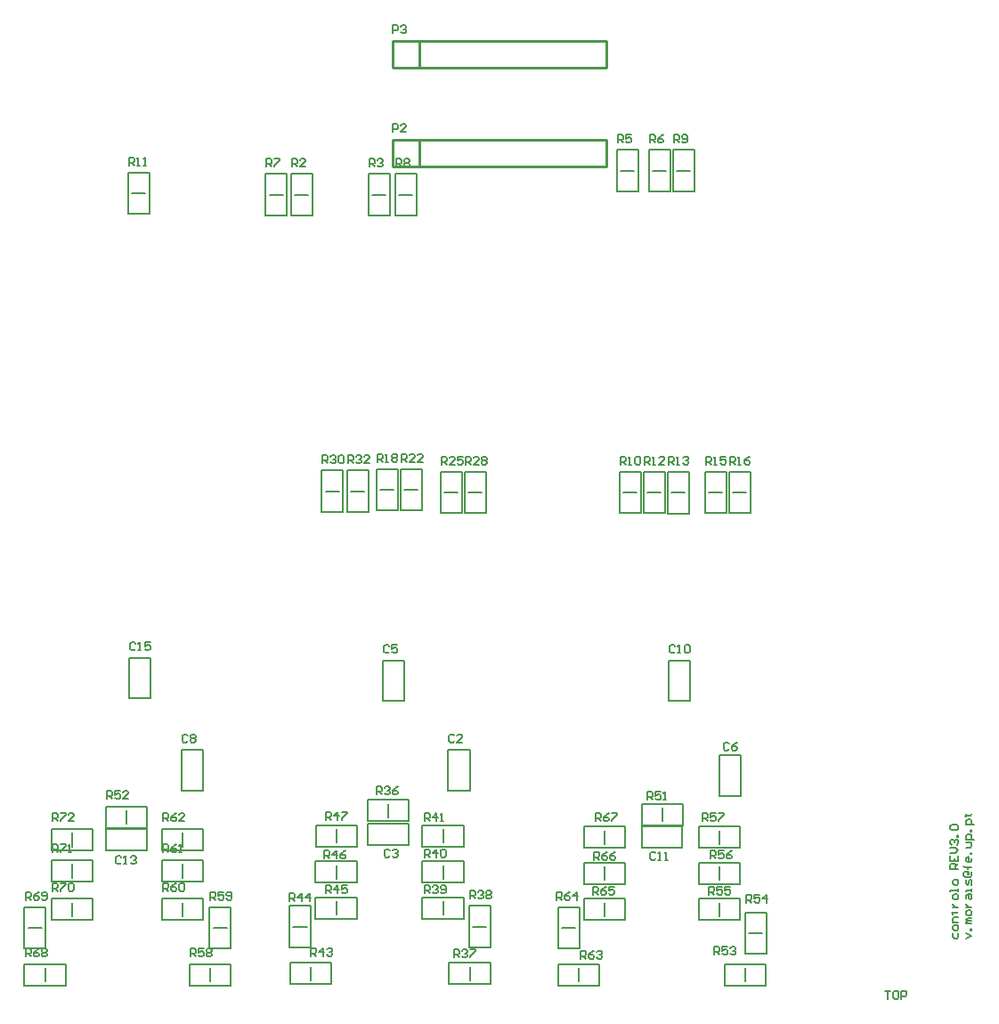
<source format=gbr>
G04 Layer_Color=65535*
%FSLAX26Y26*%
%MOIN*%
%TF.FileFunction,Legend,Top*%
%TF.Part,Single*%
G01*
G75*
%TA.AperFunction,NonConductor*%
%ADD32C,0.007874*%
%ADD35C,0.005000*%
%ADD36C,0.010000*%
%ADD37C,0.006000*%
D32*
X1134409Y2980000D02*
X1185591D01*
X1619409Y2980000D02*
X1670591D01*
X619409Y2985000D02*
X670591D01*
X2449409Y3070000D02*
X2500591D01*
X2569409D02*
X2620591D01*
X2659409D02*
X2710591D01*
X2459409Y1865000D02*
X2510591D01*
X2639409Y1864370D02*
X2690591D01*
X2549409Y1865000D02*
X2600591D01*
X1549409Y1875000D02*
X1600591D01*
X1639409Y1875000D02*
X1690591D01*
X1789409Y1865000D02*
X1840591D01*
X1879409Y1865000D02*
X1930591D01*
X1344409Y1870000D02*
X1395591D01*
X1439409Y1870000D02*
X1490591D01*
X2779409Y1865000D02*
X2830591D01*
X2869409D02*
X2920591D01*
X1579370Y649409D02*
Y700591D01*
X1784370Y284409D02*
Y335591D01*
X1784370Y419409D02*
Y470591D01*
X1784370Y554409D02*
Y605591D01*
X1896181Y240000D02*
X1947362D01*
X1884370Y39409D02*
Y90591D01*
X1385000Y554409D02*
Y605591D01*
X1384370Y419409D02*
Y470591D01*
X1384370Y284409D02*
Y335591D01*
X1223779Y240000D02*
X1274961D01*
X1289370Y39409D02*
Y90591D01*
X395000Y540476D02*
Y591658D01*
X395000Y423342D02*
Y474524D01*
X395000Y279409D02*
Y330591D01*
X231870Y235000D02*
X283051D01*
X294862Y34409D02*
Y85591D01*
X810000Y540476D02*
Y591658D01*
X810000Y423342D02*
Y474524D01*
X810000Y279409D02*
Y330591D01*
X924272Y235000D02*
X975453D01*
X912461Y34409D02*
Y85591D01*
X600000Y624409D02*
Y675591D01*
X2605000Y634409D02*
Y685591D01*
X2915000Y34409D02*
Y85591D01*
X2928780Y215000D02*
X2979961D01*
X2820000Y279409D02*
Y330591D01*
X2820000Y414409D02*
Y465591D01*
X2820000Y549409D02*
Y600591D01*
X2292401Y34409D02*
Y85591D01*
X2229409Y235000D02*
X2280591D01*
X2390000Y279409D02*
Y330591D01*
X2390000Y414409D02*
Y465591D01*
X2390000Y549409D02*
Y600591D01*
X1519409Y2980000D02*
X1570591D01*
X1229409D02*
X1280591D01*
D35*
X1199961Y2902638D02*
Y3057362D01*
X1120039Y2902638D02*
X1199961D01*
X1120039D02*
Y3057362D01*
X1199961D01*
X1605039Y2902638D02*
Y3057362D01*
X1684961D01*
Y2902638D02*
Y3057362D01*
X1605039Y2902638D02*
X1684961D01*
X684961Y2907638D02*
Y3062362D01*
X605039Y2907638D02*
X684961D01*
X605039D02*
Y3062362D01*
X684961D01*
X2435039Y2992638D02*
Y3147362D01*
X2514961D01*
Y2992638D02*
Y3147362D01*
X2435039Y2992638D02*
X2514961D01*
X2555039D02*
Y3147362D01*
X2634961D01*
Y2992638D02*
Y3147362D01*
X2555039Y2992638D02*
X2634961D01*
X2645039D02*
Y3147362D01*
X2724961D01*
Y2992638D02*
Y3147362D01*
X2645039Y2992638D02*
X2724961D01*
X2445039Y1787638D02*
Y1942362D01*
X2524961D01*
Y1787638D02*
Y1942362D01*
X2445039Y1787638D02*
X2524961D01*
X2625039Y1787008D02*
Y1941732D01*
X2704961D01*
Y1787008D02*
Y1941732D01*
X2625039Y1787008D02*
X2704961D01*
X2614961Y1787638D02*
Y1942362D01*
X2535039Y1787638D02*
X2614961D01*
X2535039D02*
Y1942362D01*
X2614961D01*
X1535039Y1797638D02*
Y1952362D01*
X1614961D01*
Y1797638D02*
Y1952362D01*
X1535039Y1797638D02*
X1614961D01*
X1704961D02*
Y1952362D01*
X1625039Y1797638D02*
X1704961D01*
X1625039D02*
Y1952362D01*
X1704961D01*
X1775039Y1787638D02*
Y1942362D01*
X1854961D01*
Y1787638D02*
Y1942362D01*
X1775039Y1787638D02*
X1854961D01*
X1944961D02*
Y1942362D01*
X1865039Y1787638D02*
X1944961D01*
X1865039D02*
Y1942362D01*
X1944961D01*
X1330039Y1792638D02*
Y1947362D01*
X1409961D01*
Y1792638D02*
Y1947362D01*
X1330039Y1792638D02*
X1409961D01*
X1504961D02*
Y1947362D01*
X1425039Y1792638D02*
X1504961D01*
X1425039D02*
Y1947362D01*
X1504961D01*
X2765039Y1787638D02*
Y1942362D01*
X2844961D01*
Y1787638D02*
Y1942362D01*
X2765039Y1787638D02*
X2844961D01*
X2855039D02*
Y1942362D01*
X2934961D01*
Y1787638D02*
Y1942362D01*
X2855039Y1787638D02*
X2934961D01*
X1656732Y635039D02*
Y714961D01*
X1502008D02*
X1656732D01*
X1502008Y635039D02*
Y714961D01*
Y635039D02*
X1656732D01*
X1861732Y270039D02*
Y349961D01*
X1707008D02*
X1861732D01*
X1707008Y270039D02*
Y349961D01*
Y270039D02*
X1861732D01*
X1707008Y405039D02*
Y484961D01*
Y405039D02*
X1861732D01*
Y484961D01*
X1707008D02*
X1861732D01*
Y540039D02*
Y619961D01*
X1707008D02*
X1861732D01*
X1707008Y540039D02*
Y619961D01*
Y540039D02*
X1861732D01*
X1881811Y162638D02*
X1961732D01*
Y317362D01*
X1881811D02*
X1961732D01*
X1881811Y162638D02*
Y317362D01*
X1807008Y25039D02*
Y104961D01*
Y25039D02*
X1961732D01*
Y104961D01*
X1807008D02*
X1961732D01*
X1307638Y540039D02*
Y619961D01*
Y540039D02*
X1462362D01*
Y619961D01*
X1307638D02*
X1462362D01*
X1461732Y405039D02*
Y484961D01*
X1307008D02*
X1461732D01*
X1307008Y405039D02*
Y484961D01*
Y405039D02*
X1461732D01*
X1307008Y270039D02*
Y349961D01*
Y270039D02*
X1461732D01*
Y349961D01*
X1307008D02*
X1461732D01*
X1209409Y162638D02*
X1289331D01*
Y317362D01*
X1209409D02*
X1289331D01*
X1209409Y162638D02*
Y317362D01*
X1366732Y25039D02*
Y104961D01*
X1212008D02*
X1366732D01*
X1212008Y25039D02*
Y104961D01*
Y25039D02*
X1366732D01*
X1803870Y900950D02*
X1884870D01*
X1803870Y749050D02*
Y900950D01*
X1884870Y749050D02*
Y900950D01*
X1803870Y749050D02*
X1884870D01*
X1655320Y544500D02*
Y625500D01*
X1503420D02*
X1655320D01*
X1503420Y544500D02*
X1655320D01*
X1503420D02*
Y625500D01*
X1559500Y1084050D02*
X1640500D01*
Y1235950D01*
X1559500Y1084050D02*
Y1235950D01*
X1640500D01*
X317638Y526106D02*
Y606028D01*
Y526106D02*
X472362D01*
Y606028D01*
X317638D02*
X472362D01*
Y408973D02*
Y488894D01*
X317638D02*
X472362D01*
X317638Y408973D02*
Y488894D01*
Y408973D02*
X472362D01*
X317638Y265039D02*
Y344961D01*
Y265039D02*
X472362D01*
Y344961D01*
X317638D02*
X472362D01*
X217500Y157638D02*
X297421D01*
Y312362D01*
X217500D02*
X297421D01*
X217500Y157638D02*
Y312362D01*
X372224Y20039D02*
Y99961D01*
X217500D02*
X372224D01*
X217500Y20039D02*
Y99961D01*
Y20039D02*
X372224D01*
X887362Y526106D02*
Y606028D01*
X732638D02*
X887362D01*
X732638Y526106D02*
Y606028D01*
Y526106D02*
X887362D01*
X732638Y408973D02*
Y488894D01*
Y408973D02*
X887362D01*
Y488894D01*
X732638D02*
X887362D01*
Y265039D02*
Y344961D01*
X732638D02*
X887362D01*
X732638Y265039D02*
Y344961D01*
Y265039D02*
X887362D01*
X909902Y157638D02*
X989823D01*
Y312362D01*
X909902D02*
X989823D01*
X909902Y157638D02*
Y312362D01*
X835098Y20039D02*
Y99961D01*
Y20039D02*
X989823D01*
Y99961D01*
X835098D02*
X989823D01*
X677362Y610039D02*
Y689961D01*
X522638D02*
X677362D01*
X522638Y610039D02*
Y689961D01*
Y610039D02*
X677362D01*
X675950Y524500D02*
Y605500D01*
X524050D02*
X675950D01*
X524050Y524500D02*
X675950D01*
X524050D02*
Y605500D01*
X804500Y900950D02*
X885500D01*
X804500Y749050D02*
Y900950D01*
X885500Y749050D02*
Y900950D01*
X804500Y749050D02*
X885500D01*
X2819500Y880950D02*
X2900500D01*
X2819500Y729050D02*
Y880950D01*
X2900500Y729050D02*
Y880950D01*
X2819500Y729050D02*
X2900500D01*
X2679538Y535039D02*
Y616039D01*
X2527638D02*
X2679538D01*
X2527638Y535039D02*
X2679538D01*
X2527638D02*
Y616039D01*
X2629500Y1084050D02*
X2710500D01*
Y1235950D01*
X2629500Y1084050D02*
Y1235950D01*
X2710500D01*
X2682362Y620039D02*
Y699961D01*
X2527638D02*
X2682362D01*
X2527638Y620039D02*
Y699961D01*
Y620039D02*
X2682362D01*
X2837638Y20039D02*
Y99961D01*
Y20039D02*
X2992362D01*
Y99961D01*
X2837638D02*
X2992362D01*
X2914410Y137638D02*
X2994331D01*
Y292362D01*
X2914410D02*
X2994331D01*
X2914410Y137638D02*
Y292362D01*
X2897362Y265039D02*
Y344961D01*
X2742638D02*
X2897362D01*
X2742638Y265039D02*
Y344961D01*
Y265039D02*
X2897362D01*
X2742638Y400039D02*
Y479961D01*
Y400039D02*
X2897362D01*
Y479961D01*
X2742638D02*
X2897362D01*
Y535039D02*
Y614961D01*
X2742638D02*
X2897362D01*
X2742638Y535039D02*
Y614961D01*
Y535039D02*
X2897362D01*
X2369764Y20039D02*
Y99961D01*
X2215039D02*
X2369764D01*
X2215039Y20039D02*
Y99961D01*
Y20039D02*
X2369764D01*
X2215039Y157638D02*
X2294961D01*
Y312362D01*
X2215039D02*
X2294961D01*
X2215039Y157638D02*
Y312362D01*
X2312638Y265039D02*
Y344961D01*
Y265039D02*
X2467362D01*
Y344961D01*
X2312638D02*
X2467362D01*
Y400039D02*
Y479961D01*
X2312638D02*
X2467362D01*
X2312638Y400039D02*
Y479961D01*
Y400039D02*
X2467362D01*
X2312638Y535039D02*
Y614961D01*
Y535039D02*
X2467362D01*
Y614961D01*
X2312638D02*
X2467362D01*
X609500Y1094050D02*
X690500D01*
Y1245950D01*
X609500Y1094050D02*
Y1245950D01*
X690500D01*
X1505039Y2902638D02*
X1584961D01*
Y3057362D01*
X1505039D02*
X1584961D01*
X1505039Y2902638D02*
Y3057362D01*
X1215039Y2902638D02*
X1294961D01*
Y3057362D01*
X1215039D02*
X1294961D01*
X1215039Y2902638D02*
Y3057362D01*
D36*
X1695000Y3085000D02*
Y3185000D01*
X1595000Y3085000D02*
X2395000D01*
Y3185000D01*
X1595000D02*
X2395000D01*
X1595000Y3085000D02*
Y3185000D01*
X1695000Y3455000D02*
Y3555000D01*
X1595000Y3455000D02*
X2395000D01*
Y3555000D01*
X1595000D02*
X2395000D01*
X1595000Y3455000D02*
Y3555000D01*
D37*
X3693621Y215994D02*
Y200998D01*
X3698620Y196000D01*
X3708616D01*
X3713615Y200998D01*
Y215994D01*
Y230989D02*
Y240986D01*
X3708616Y245984D01*
X3698620D01*
X3693621Y240986D01*
Y230989D01*
X3698620Y225990D01*
X3708616D01*
X3713615Y230989D01*
Y255981D02*
X3693621D01*
Y270976D01*
X3698620Y275974D01*
X3713615D01*
X3688623Y290969D02*
X3693621D01*
Y285971D01*
Y295968D01*
Y290969D01*
X3708616D01*
X3713615Y295968D01*
X3693621Y310963D02*
X3713615D01*
X3703618D01*
X3698620Y315961D01*
X3693621Y320960D01*
Y325958D01*
X3713615Y345952D02*
Y355948D01*
X3708616Y360947D01*
X3698620D01*
X3693621Y355948D01*
Y345952D01*
X3698620Y340953D01*
X3708616D01*
X3713615Y345952D01*
Y370943D02*
Y380940D01*
Y375942D01*
X3683624D01*
Y370943D01*
X3713615Y400934D02*
Y410930D01*
X3708616Y415929D01*
X3698620D01*
X3693621Y410930D01*
Y400934D01*
X3698620Y395935D01*
X3708616D01*
X3713615Y400934D01*
Y455916D02*
X3683624D01*
Y470911D01*
X3688623Y475909D01*
X3698620D01*
X3703618Y470911D01*
Y455916D01*
Y465913D02*
X3713615Y475909D01*
X3683624Y505900D02*
Y485906D01*
X3713615D01*
Y505900D01*
X3698620Y485906D02*
Y495903D01*
X3683624Y515896D02*
X3703618D01*
X3713615Y525893D01*
X3703618Y535890D01*
X3683624D01*
X3688623Y545887D02*
X3683624Y550885D01*
Y560882D01*
X3688623Y565880D01*
X3693621D01*
X3698620Y560882D01*
Y555884D01*
Y560882D01*
X3703618Y565880D01*
X3708616D01*
X3713615Y560882D01*
Y550885D01*
X3708616Y545887D01*
X3713615Y575877D02*
X3708616D01*
Y580875D01*
X3713615D01*
Y575877D01*
X3688623Y600869D02*
X3683624Y605867D01*
Y615864D01*
X3688623Y620862D01*
X3708616D01*
X3713615Y615864D01*
Y605867D01*
X3708616Y600869D01*
X3688623D01*
X3744010Y196000D02*
X3764003Y205997D01*
X3744010Y215994D01*
X3764003Y225990D02*
X3759005D01*
Y230989D01*
X3764003D01*
Y225990D01*
Y250982D02*
X3744010D01*
Y255981D01*
X3749008Y260979D01*
X3764003D01*
X3749008D01*
X3744010Y265977D01*
X3749008Y270976D01*
X3764003D01*
Y285971D02*
Y295968D01*
X3759005Y300966D01*
X3749008D01*
X3744010Y295968D01*
Y285971D01*
X3749008Y280973D01*
X3759005D01*
X3764003Y285971D01*
X3744010Y310963D02*
X3764003D01*
X3754006D01*
X3749008Y315961D01*
X3744010Y320960D01*
Y325958D01*
Y345952D02*
Y355948D01*
X3749008Y360947D01*
X3764003D01*
Y345952D01*
X3759005Y340953D01*
X3754006Y345952D01*
Y360947D01*
X3764003Y370943D02*
Y380940D01*
Y375942D01*
X3744010D01*
Y370943D01*
X3764003Y395935D02*
Y410930D01*
X3759005Y415929D01*
X3754006Y410930D01*
Y400934D01*
X3749008Y395935D01*
X3744010Y400934D01*
Y415929D01*
X3754006Y440921D02*
X3749008D01*
Y435922D01*
X3754006D01*
Y440921D01*
X3749008Y445919D01*
X3739011D01*
X3734013Y440921D01*
Y430924D01*
X3739011Y425926D01*
X3759005D01*
X3764003Y430924D01*
Y445919D01*
Y460914D02*
X3739011D01*
X3749008D01*
Y455916D01*
Y465913D01*
Y460914D01*
X3739011D01*
X3734013Y465913D01*
X3764003Y495903D02*
Y485906D01*
X3759005Y480908D01*
X3749008D01*
X3744010Y485906D01*
Y495903D01*
X3749008Y500901D01*
X3754006D01*
Y480908D01*
X3764003Y510898D02*
X3759005D01*
Y515896D01*
X3764003D01*
Y510898D01*
X3744010Y535890D02*
X3759005D01*
X3764003Y540888D01*
Y555884D01*
X3744010D01*
X3774000Y565880D02*
X3744010D01*
Y580875D01*
X3749008Y585874D01*
X3759005D01*
X3764003Y580875D01*
Y565880D01*
Y595871D02*
X3759005D01*
Y600869D01*
X3764003D01*
Y595871D01*
X3774000Y620862D02*
X3744010D01*
Y635858D01*
X3749008Y640856D01*
X3759005D01*
X3764003Y635858D01*
Y620862D01*
X3739011Y655851D02*
X3744010D01*
Y650853D01*
Y660850D01*
Y655851D01*
X3759005D01*
X3764003Y660850D01*
X608953Y3090504D02*
Y3120494D01*
X623948D01*
X628946Y3115496D01*
Y3105499D01*
X623948Y3100501D01*
X608953D01*
X618949D02*
X628946Y3090504D01*
X638943D02*
X648940D01*
X643941D01*
Y3120494D01*
X638943Y3115496D01*
X663935Y3090504D02*
X673932D01*
X668933D01*
Y3120494D01*
X663935Y3115496D01*
X1608953Y3085504D02*
Y3115494D01*
X1623948D01*
X1628946Y3110496D01*
Y3100499D01*
X1623948Y3095501D01*
X1608953D01*
X1618949D02*
X1628946Y3085504D01*
X1638943Y3110496D02*
X1643941Y3115494D01*
X1653938D01*
X1658937Y3110496D01*
Y3105497D01*
X1653938Y3100499D01*
X1658937Y3095501D01*
Y3090502D01*
X1653938Y3085504D01*
X1643941D01*
X1638943Y3090502D01*
Y3095501D01*
X1643941Y3100499D01*
X1638943Y3105497D01*
Y3110496D01*
X1643941Y3100499D02*
X1653938D01*
X1123953Y3085504D02*
Y3115494D01*
X1138948D01*
X1143946Y3110496D01*
Y3100499D01*
X1138948Y3095501D01*
X1123953D01*
X1133949D02*
X1143946Y3085504D01*
X1153943Y3115494D02*
X1173937D01*
Y3110496D01*
X1153943Y3090502D01*
Y3085504D01*
X2648953Y3175504D02*
Y3205494D01*
X2663948D01*
X2668946Y3200496D01*
Y3190499D01*
X2663948Y3185501D01*
X2648953D01*
X2658950D02*
X2668946Y3175504D01*
X2678943Y3180502D02*
X2683941Y3175504D01*
X2693938D01*
X2698936Y3180502D01*
Y3200496D01*
X2693938Y3205494D01*
X2683941D01*
X2678943Y3200496D01*
Y3195497D01*
X2683941Y3190499D01*
X2698936D01*
X2558953Y3175504D02*
Y3205494D01*
X2573948D01*
X2578946Y3200496D01*
Y3190499D01*
X2573948Y3185501D01*
X2558953D01*
X2568950D02*
X2578946Y3175504D01*
X2608936Y3205494D02*
X2598940Y3200496D01*
X2588943Y3190499D01*
Y3180502D01*
X2593941Y3175504D01*
X2603938D01*
X2608936Y3180502D01*
Y3185501D01*
X2603938Y3190499D01*
X2588943D01*
X2438953Y3175504D02*
Y3205494D01*
X2453948D01*
X2458946Y3200496D01*
Y3190499D01*
X2453948Y3185501D01*
X2438953D01*
X2448950D02*
X2458946Y3175504D01*
X2488936Y3205494D02*
X2468943D01*
Y3190499D01*
X2478940Y3195497D01*
X2483938D01*
X2488936Y3190499D01*
Y3180502D01*
X2483938Y3175504D01*
X2473941D01*
X2468943Y3180502D01*
X2628953Y1970504D02*
Y2000494D01*
X2643948D01*
X2648946Y1995496D01*
Y1985499D01*
X2643948Y1980501D01*
X2628953D01*
X2638950D02*
X2648946Y1970504D01*
X2658943D02*
X2668940D01*
X2663941D01*
Y2000494D01*
X2658943Y1995496D01*
X2683935D02*
X2688933Y2000494D01*
X2698930D01*
X2703928Y1995496D01*
Y1990497D01*
X2698930Y1985499D01*
X2693932D01*
X2698930D01*
X2703928Y1980501D01*
Y1975502D01*
X2698930Y1970504D01*
X2688933D01*
X2683935Y1975502D01*
X2538953Y1970504D02*
Y2000494D01*
X2553948D01*
X2558946Y1995496D01*
Y1985499D01*
X2553948Y1980501D01*
X2538953D01*
X2548950D02*
X2558946Y1970504D01*
X2568943D02*
X2578940D01*
X2573941D01*
Y2000494D01*
X2568943Y1995496D01*
X2613928Y1970504D02*
X2593935D01*
X2613928Y1990497D01*
Y1995496D01*
X2608930Y2000494D01*
X2598933D01*
X2593935Y1995496D01*
X2448953Y1970504D02*
Y2000494D01*
X2463948D01*
X2468946Y1995496D01*
Y1985499D01*
X2463948Y1980501D01*
X2448953D01*
X2458950D02*
X2468946Y1970504D01*
X2478943D02*
X2488940D01*
X2483941D01*
Y2000494D01*
X2478943Y1995496D01*
X2503935D02*
X2508933Y2000494D01*
X2518930D01*
X2523928Y1995496D01*
Y1975502D01*
X2518930Y1970504D01*
X2508933D01*
X2503935Y1975502D01*
Y1995496D01*
X1428953Y1975504D02*
Y2005494D01*
X1443948D01*
X1448946Y2000496D01*
Y1990499D01*
X1443948Y1985501D01*
X1428953D01*
X1438949D02*
X1448946Y1975504D01*
X1458943Y2000496D02*
X1463941Y2005494D01*
X1473938D01*
X1478937Y2000496D01*
Y1995497D01*
X1473938Y1990499D01*
X1468940D01*
X1473938D01*
X1478937Y1985501D01*
Y1980502D01*
X1473938Y1975504D01*
X1463941D01*
X1458943Y1980502D01*
X1508927Y1975504D02*
X1488933D01*
X1508927Y1995497D01*
Y2000496D01*
X1503928Y2005494D01*
X1493932D01*
X1488933Y2000496D01*
X1333953Y1975504D02*
Y2005494D01*
X1348948D01*
X1353946Y2000496D01*
Y1990499D01*
X1348948Y1985501D01*
X1333953D01*
X1343949D02*
X1353946Y1975504D01*
X1363943Y2000496D02*
X1368941Y2005494D01*
X1378938D01*
X1383937Y2000496D01*
Y1995497D01*
X1378938Y1990499D01*
X1373940D01*
X1378938D01*
X1383937Y1985501D01*
Y1980502D01*
X1378938Y1975504D01*
X1368941D01*
X1363943Y1980502D01*
X1393933Y2000496D02*
X1398932Y2005494D01*
X1408928D01*
X1413927Y2000496D01*
Y1980502D01*
X1408928Y1975504D01*
X1398932D01*
X1393933Y1980502D01*
Y2000496D01*
X1868953Y1970504D02*
Y2000494D01*
X1883948D01*
X1888946Y1995496D01*
Y1985499D01*
X1883948Y1980501D01*
X1868953D01*
X1878949D02*
X1888946Y1970504D01*
X1918937D02*
X1898943D01*
X1918937Y1990497D01*
Y1995496D01*
X1913938Y2000494D01*
X1903941D01*
X1898943Y1995496D01*
X1928933D02*
X1933932Y2000494D01*
X1943928D01*
X1948927Y1995496D01*
Y1990497D01*
X1943928Y1985499D01*
X1948927Y1980501D01*
Y1975502D01*
X1943928Y1970504D01*
X1933932D01*
X1928933Y1975502D01*
Y1980501D01*
X1933932Y1985499D01*
X1928933Y1990497D01*
Y1995496D01*
X1933932Y1985499D02*
X1943928D01*
X1778953Y1970504D02*
Y2000494D01*
X1793948D01*
X1798946Y1995496D01*
Y1985499D01*
X1793948Y1980501D01*
X1778953D01*
X1788949D02*
X1798946Y1970504D01*
X1828937D02*
X1808943D01*
X1828937Y1990497D01*
Y1995496D01*
X1823938Y2000494D01*
X1813941D01*
X1808943Y1995496D01*
X1858927Y2000494D02*
X1838933D01*
Y1985499D01*
X1848930Y1990497D01*
X1853928D01*
X1858927Y1985499D01*
Y1975502D01*
X1853928Y1970504D01*
X1843932D01*
X1838933Y1975502D01*
X1628953Y1980504D02*
Y2010494D01*
X1643948D01*
X1648946Y2005496D01*
Y1995499D01*
X1643948Y1990501D01*
X1628953D01*
X1638949D02*
X1648946Y1980504D01*
X1678937D02*
X1658943D01*
X1678937Y2000497D01*
Y2005496D01*
X1673938Y2010494D01*
X1663941D01*
X1658943Y2005496D01*
X1708927Y1980504D02*
X1688933D01*
X1708927Y2000497D01*
Y2005496D01*
X1703928Y2010494D01*
X1693932D01*
X1688933Y2005496D01*
X1538953Y1980504D02*
Y2010494D01*
X1553948D01*
X1558946Y2005496D01*
Y1995499D01*
X1553948Y1990501D01*
X1538953D01*
X1548949D02*
X1558946Y1980504D01*
X1568943D02*
X1578940D01*
X1573941D01*
Y2010494D01*
X1568943Y2005496D01*
X1593935D02*
X1598933Y2010494D01*
X1608930D01*
X1613928Y2005496D01*
Y2000497D01*
X1608930Y1995499D01*
X1613928Y1990501D01*
Y1985502D01*
X1608930Y1980504D01*
X1598933D01*
X1593935Y1985502D01*
Y1990501D01*
X1598933Y1995499D01*
X1593935Y2000497D01*
Y2005496D01*
X1598933Y1995499D02*
X1608930D01*
X2858953Y1970504D02*
Y2000494D01*
X2873948D01*
X2878946Y1995496D01*
Y1985499D01*
X2873948Y1980501D01*
X2858953D01*
X2868950D02*
X2878946Y1970504D01*
X2888943D02*
X2898940D01*
X2893941D01*
Y2000494D01*
X2888943Y1995496D01*
X2933928Y2000494D02*
X2923932Y1995496D01*
X2913935Y1985499D01*
Y1975502D01*
X2918933Y1970504D01*
X2928930D01*
X2933928Y1975502D01*
Y1980501D01*
X2928930Y1985499D01*
X2913935D01*
X2768953Y1970504D02*
Y2000494D01*
X2783948D01*
X2788946Y1995496D01*
Y1985499D01*
X2783948Y1980501D01*
X2768953D01*
X2778950D02*
X2788946Y1970504D01*
X2798943D02*
X2808940D01*
X2803941D01*
Y2000494D01*
X2798943Y1995496D01*
X2843928Y2000494D02*
X2823935D01*
Y1985499D01*
X2833932Y1990497D01*
X2838930D01*
X2843928Y1985499D01*
Y1975502D01*
X2838930Y1970504D01*
X2828933D01*
X2823935Y1975502D01*
X1534370Y735000D02*
Y764990D01*
X1549365D01*
X1554363Y759992D01*
Y749995D01*
X1549365Y744997D01*
X1534370D01*
X1544367D02*
X1554363Y735000D01*
X1564360Y759992D02*
X1569359Y764990D01*
X1579355D01*
X1584354Y759992D01*
Y754994D01*
X1579355Y749995D01*
X1574357D01*
X1579355D01*
X1584354Y744997D01*
Y739998D01*
X1579355Y735000D01*
X1569359D01*
X1564360Y739998D01*
X1614344Y764990D02*
X1604347Y759992D01*
X1594351Y749995D01*
Y739998D01*
X1599349Y735000D01*
X1609346D01*
X1614344Y739998D01*
Y744997D01*
X1609346Y749995D01*
X1594351D01*
X1714370Y365000D02*
Y394990D01*
X1729365D01*
X1734363Y389992D01*
Y379995D01*
X1729365Y374997D01*
X1714370D01*
X1724367D02*
X1734363Y365000D01*
X1744360Y389992D02*
X1749359Y394990D01*
X1759355D01*
X1764354Y389992D01*
Y384993D01*
X1759355Y379995D01*
X1754357D01*
X1759355D01*
X1764354Y374997D01*
Y369998D01*
X1759355Y365000D01*
X1749359D01*
X1744360Y369998D01*
X1774351D02*
X1779349Y365000D01*
X1789346D01*
X1794344Y369998D01*
Y389992D01*
X1789346Y394990D01*
X1779349D01*
X1774351Y389992D01*
Y384993D01*
X1779349Y379995D01*
X1794344D01*
X1714370Y500000D02*
Y529990D01*
X1729365D01*
X1734363Y524992D01*
Y514995D01*
X1729365Y509997D01*
X1714370D01*
X1724367D02*
X1734363Y500000D01*
X1759355D02*
Y529990D01*
X1744360Y514995D01*
X1764354D01*
X1774351Y524992D02*
X1779349Y529990D01*
X1789346D01*
X1794344Y524992D01*
Y504998D01*
X1789346Y500000D01*
X1779349D01*
X1774351Y504998D01*
Y524992D01*
X1714370Y635000D02*
Y664990D01*
X1729365D01*
X1734363Y659992D01*
Y649995D01*
X1729365Y644997D01*
X1714370D01*
X1724367D02*
X1734363Y635000D01*
X1759355D02*
Y664990D01*
X1744360Y649995D01*
X1764354D01*
X1774351Y635000D02*
X1784347D01*
X1779349D01*
Y664990D01*
X1774351Y659992D01*
X1884953Y345504D02*
Y375494D01*
X1899948D01*
X1904946Y370496D01*
Y360499D01*
X1899948Y355501D01*
X1884953D01*
X1894949D02*
X1904946Y345504D01*
X1914943Y370496D02*
X1919941Y375494D01*
X1929938D01*
X1934937Y370496D01*
Y365497D01*
X1929938Y360499D01*
X1924940D01*
X1929938D01*
X1934937Y355501D01*
Y350502D01*
X1929938Y345504D01*
X1919941D01*
X1914943Y350502D01*
X1944933Y370496D02*
X1949932Y375494D01*
X1959928D01*
X1964927Y370496D01*
Y365497D01*
X1959928Y360499D01*
X1964927Y355501D01*
Y350502D01*
X1959928Y345504D01*
X1949932D01*
X1944933Y350502D01*
Y355501D01*
X1949932Y360499D01*
X1944933Y365497D01*
Y370496D01*
X1949932Y360499D02*
X1959928D01*
X1824370Y125000D02*
Y154990D01*
X1839365D01*
X1844363Y149992D01*
Y139995D01*
X1839365Y134997D01*
X1824370D01*
X1834367D02*
X1844363Y125000D01*
X1854360Y149992D02*
X1859359Y154990D01*
X1869355D01*
X1874354Y149992D01*
Y144994D01*
X1869355Y139995D01*
X1864357D01*
X1869355D01*
X1874354Y134997D01*
Y129998D01*
X1869355Y125000D01*
X1859359D01*
X1854360Y129998D01*
X1884351Y154990D02*
X1904344D01*
Y149992D01*
X1884351Y129998D01*
Y125000D01*
X1344370Y640000D02*
Y669990D01*
X1359365D01*
X1364363Y664992D01*
Y654995D01*
X1359365Y649997D01*
X1344370D01*
X1354367D02*
X1364363Y640000D01*
X1389355D02*
Y669990D01*
X1374360Y654995D01*
X1394354D01*
X1404351Y669990D02*
X1424344D01*
Y664992D01*
X1404351Y644998D01*
Y640000D01*
X1339370Y495000D02*
Y524990D01*
X1354365D01*
X1359363Y519992D01*
Y509995D01*
X1354365Y504997D01*
X1339370D01*
X1349367D02*
X1359363Y495000D01*
X1384355D02*
Y524990D01*
X1369360Y509995D01*
X1389354D01*
X1419344Y524990D02*
X1409347Y519992D01*
X1399351Y509995D01*
Y499998D01*
X1404349Y495000D01*
X1414346D01*
X1419344Y499998D01*
Y504997D01*
X1414346Y509995D01*
X1399351D01*
X1344370Y365000D02*
Y394990D01*
X1359365D01*
X1364363Y389992D01*
Y379995D01*
X1359365Y374997D01*
X1344370D01*
X1354367D02*
X1364363Y365000D01*
X1389355D02*
Y394990D01*
X1374360Y379995D01*
X1394354D01*
X1424344Y394990D02*
X1404351D01*
Y379995D01*
X1414347Y384993D01*
X1419346D01*
X1424344Y379995D01*
Y369998D01*
X1419346Y365000D01*
X1409349D01*
X1404351Y369998D01*
X1209370Y335000D02*
Y364990D01*
X1224365D01*
X1229363Y359992D01*
Y349995D01*
X1224365Y344997D01*
X1209370D01*
X1219367D02*
X1229363Y335000D01*
X1254355D02*
Y364990D01*
X1239360Y349995D01*
X1259354D01*
X1284346Y335000D02*
Y364990D01*
X1269351Y349995D01*
X1289344D01*
X1289370Y130000D02*
Y159990D01*
X1304365D01*
X1309363Y154992D01*
Y144995D01*
X1304365Y139997D01*
X1289370D01*
X1299367D02*
X1309363Y130000D01*
X1334355D02*
Y159990D01*
X1319360Y144995D01*
X1339354D01*
X1349351Y154992D02*
X1354349Y159990D01*
X1364346D01*
X1369344Y154992D01*
Y149994D01*
X1364346Y144995D01*
X1359347D01*
X1364346D01*
X1369344Y139997D01*
Y134998D01*
X1364346Y130000D01*
X1354349D01*
X1349351Y134998D01*
X1826946Y954496D02*
X1821948Y959494D01*
X1811951D01*
X1806953Y954496D01*
Y934502D01*
X1811951Y929504D01*
X1821948D01*
X1826946Y934502D01*
X1856937Y929504D02*
X1836943D01*
X1856937Y949497D01*
Y954496D01*
X1851938Y959494D01*
X1841941D01*
X1836943Y954496D01*
X1584363Y524992D02*
X1579365Y529990D01*
X1569368D01*
X1564370Y524992D01*
Y504998D01*
X1569368Y500000D01*
X1579365D01*
X1584363Y504998D01*
X1594360Y524992D02*
X1599359Y529990D01*
X1609355D01*
X1614354Y524992D01*
Y519994D01*
X1609355Y514995D01*
X1604357D01*
X1609355D01*
X1614354Y509997D01*
Y504998D01*
X1609355Y500000D01*
X1599359D01*
X1594360Y504998D01*
X1582946Y1289496D02*
X1577948Y1294494D01*
X1567951D01*
X1562953Y1289496D01*
Y1269502D01*
X1567951Y1264504D01*
X1577948D01*
X1582946Y1269502D01*
X1612937Y1294494D02*
X1592943D01*
Y1279499D01*
X1602940Y1284497D01*
X1607938D01*
X1612937Y1279499D01*
Y1269502D01*
X1607938Y1264504D01*
X1597941D01*
X1592943Y1269502D01*
X320953Y634504D02*
Y664494D01*
X335948D01*
X340946Y659496D01*
Y649499D01*
X335948Y644501D01*
X320953D01*
X330950D02*
X340946Y634504D01*
X350943Y664494D02*
X370937D01*
Y659496D01*
X350943Y639502D01*
Y634504D01*
X400927D02*
X380933D01*
X400927Y654497D01*
Y659496D01*
X395928Y664494D01*
X385932D01*
X380933Y659496D01*
X320953Y517504D02*
Y547494D01*
X335948D01*
X340946Y542496D01*
Y532499D01*
X335948Y527501D01*
X320953D01*
X330950D02*
X340946Y517504D01*
X350943Y547494D02*
X370937D01*
Y542496D01*
X350943Y522502D01*
Y517504D01*
X380933D02*
X390930D01*
X385932D01*
Y547494D01*
X380933Y542496D01*
X320953Y373504D02*
Y403494D01*
X335948D01*
X340946Y398496D01*
Y388499D01*
X335948Y383501D01*
X320953D01*
X330950D02*
X340946Y373504D01*
X350943Y403494D02*
X370937D01*
Y398496D01*
X350943Y378502D01*
Y373504D01*
X380933Y398496D02*
X385932Y403494D01*
X395928D01*
X400927Y398496D01*
Y378502D01*
X395928Y373504D01*
X385932D01*
X380933Y378502D01*
Y398496D01*
X220953Y340504D02*
Y370494D01*
X235948D01*
X240946Y365496D01*
Y355499D01*
X235948Y350501D01*
X220953D01*
X230950D02*
X240946Y340504D01*
X270937Y370494D02*
X260940Y365496D01*
X250943Y355499D01*
Y345502D01*
X255941Y340504D01*
X265938D01*
X270937Y345502D01*
Y350501D01*
X265938Y355499D01*
X250943D01*
X280933Y345502D02*
X285932Y340504D01*
X295928D01*
X300927Y345502D01*
Y365496D01*
X295928Y370494D01*
X285932D01*
X280933Y365496D01*
Y360497D01*
X285932Y355499D01*
X300927D01*
X220953Y128504D02*
Y158494D01*
X235948D01*
X240946Y153496D01*
Y143499D01*
X235948Y138501D01*
X220953D01*
X230950D02*
X240946Y128504D01*
X270937Y158494D02*
X260940Y153496D01*
X250943Y143499D01*
Y133502D01*
X255941Y128504D01*
X265938D01*
X270937Y133502D01*
Y138501D01*
X265938Y143499D01*
X250943D01*
X280933Y153496D02*
X285932Y158494D01*
X295928D01*
X300927Y153496D01*
Y148497D01*
X295928Y143499D01*
X300927Y138501D01*
Y133502D01*
X295928Y128504D01*
X285932D01*
X280933Y133502D01*
Y138501D01*
X285932Y143499D01*
X280933Y148497D01*
Y153496D01*
X285932Y143499D02*
X295928D01*
X735953Y634504D02*
Y664494D01*
X750948D01*
X755946Y659496D01*
Y649499D01*
X750948Y644501D01*
X735953D01*
X745949D02*
X755946Y634504D01*
X785937Y664494D02*
X775940Y659496D01*
X765943Y649499D01*
Y639502D01*
X770941Y634504D01*
X780938D01*
X785937Y639502D01*
Y644501D01*
X780938Y649499D01*
X765943D01*
X815927Y634504D02*
X795933D01*
X815927Y654497D01*
Y659496D01*
X810928Y664494D01*
X800932D01*
X795933Y659496D01*
X735953Y517504D02*
Y547494D01*
X750948D01*
X755946Y542496D01*
Y532499D01*
X750948Y527501D01*
X735953D01*
X745949D02*
X755946Y517504D01*
X785937Y547494D02*
X775940Y542496D01*
X765943Y532499D01*
Y522502D01*
X770941Y517504D01*
X780938D01*
X785937Y522502D01*
Y527501D01*
X780938Y532499D01*
X765943D01*
X795933Y517504D02*
X805930D01*
X800932D01*
Y547494D01*
X795933Y542496D01*
X735953Y373504D02*
Y403494D01*
X750948D01*
X755946Y398496D01*
Y388499D01*
X750948Y383501D01*
X735953D01*
X745949D02*
X755946Y373504D01*
X785937Y403494D02*
X775940Y398496D01*
X765943Y388499D01*
Y378502D01*
X770941Y373504D01*
X780938D01*
X785937Y378502D01*
Y383501D01*
X780938Y388499D01*
X765943D01*
X795933Y398496D02*
X800932Y403494D01*
X810928D01*
X815927Y398496D01*
Y378502D01*
X810928Y373504D01*
X800932D01*
X795933Y378502D01*
Y398496D01*
X912953Y340504D02*
Y370494D01*
X927948D01*
X932946Y365496D01*
Y355499D01*
X927948Y350501D01*
X912953D01*
X922949D02*
X932946Y340504D01*
X962937Y370494D02*
X942943D01*
Y355499D01*
X952940Y360497D01*
X957938D01*
X962937Y355499D01*
Y345502D01*
X957938Y340504D01*
X947941D01*
X942943Y345502D01*
X972933D02*
X977932Y340504D01*
X987928D01*
X992927Y345502D01*
Y365496D01*
X987928Y370494D01*
X977932D01*
X972933Y365496D01*
Y360497D01*
X977932Y355499D01*
X992927D01*
X838953Y128504D02*
Y158494D01*
X853948D01*
X858946Y153496D01*
Y143499D01*
X853948Y138501D01*
X838953D01*
X848949D02*
X858946Y128504D01*
X888937Y158494D02*
X868943D01*
Y143499D01*
X878940Y148497D01*
X883938D01*
X888937Y143499D01*
Y133502D01*
X883938Y128504D01*
X873941D01*
X868943Y133502D01*
X898933Y153496D02*
X903932Y158494D01*
X913928D01*
X918927Y153496D01*
Y148497D01*
X913928Y143499D01*
X918927Y138501D01*
Y133502D01*
X913928Y128504D01*
X903932D01*
X898933Y133502D01*
Y138501D01*
X903932Y143499D01*
X898933Y148497D01*
Y153496D01*
X903932Y143499D02*
X913928D01*
X525953Y718504D02*
Y748494D01*
X540948D01*
X545946Y743496D01*
Y733499D01*
X540948Y728501D01*
X525953D01*
X535949D02*
X545946Y718504D01*
X575937Y748494D02*
X555943D01*
Y733499D01*
X565940Y738497D01*
X570938D01*
X575937Y733499D01*
Y723502D01*
X570938Y718504D01*
X560941D01*
X555943Y723502D01*
X605927Y718504D02*
X585933D01*
X605927Y738497D01*
Y743496D01*
X600928Y748494D01*
X590932D01*
X585933Y743496D01*
X579994Y499992D02*
X574995Y504990D01*
X564998D01*
X560000Y499992D01*
Y479998D01*
X564998Y475000D01*
X574995D01*
X579994Y479998D01*
X589990Y475000D02*
X599987D01*
X594989D01*
Y504990D01*
X589990Y499992D01*
X614982D02*
X619981Y504990D01*
X629977D01*
X634976Y499992D01*
Y494993D01*
X629977Y489995D01*
X624979D01*
X629977D01*
X634976Y484997D01*
Y479998D01*
X629977Y475000D01*
X619981D01*
X614982Y479998D01*
X827946Y954496D02*
X822948Y959494D01*
X812951D01*
X807953Y954496D01*
Y934502D01*
X812951Y929504D01*
X822948D01*
X827946Y934502D01*
X837943Y954496D02*
X842941Y959494D01*
X852938D01*
X857937Y954496D01*
Y949497D01*
X852938Y944499D01*
X857937Y939501D01*
Y934502D01*
X852938Y929504D01*
X842941D01*
X837943Y934502D01*
Y939501D01*
X842941Y944499D01*
X837943Y949497D01*
Y954496D01*
X842941Y944499D02*
X852938D01*
X2854994Y924992D02*
X2849995Y929990D01*
X2839998D01*
X2835000Y924992D01*
Y904998D01*
X2839998Y900000D01*
X2849995D01*
X2854994Y904998D01*
X2884984Y929990D02*
X2874987Y924992D01*
X2864990Y914995D01*
Y904998D01*
X2869989Y900000D01*
X2879985D01*
X2884984Y904998D01*
Y909997D01*
X2879985Y914995D01*
X2864990D01*
X2579994Y514992D02*
X2574995Y519990D01*
X2564998D01*
X2560000Y514992D01*
Y494998D01*
X2564998Y490000D01*
X2574995D01*
X2579994Y494998D01*
X2589990Y490000D02*
X2599987D01*
X2594989D01*
Y519990D01*
X2589990Y514992D01*
X2614982Y490000D02*
X2624979D01*
X2619981D01*
Y519990D01*
X2614982Y514992D01*
X2652946Y1289496D02*
X2647948Y1294494D01*
X2637951D01*
X2632953Y1289496D01*
Y1269502D01*
X2637951Y1264504D01*
X2647948D01*
X2652946Y1269502D01*
X2662943Y1264504D02*
X2672940D01*
X2667941D01*
Y1294494D01*
X2662943Y1289496D01*
X2687935D02*
X2692933Y1294494D01*
X2702930D01*
X2707928Y1289496D01*
Y1269502D01*
X2702930Y1264504D01*
X2692933D01*
X2687935Y1269502D01*
Y1289496D01*
X2550000Y715000D02*
Y744990D01*
X2564995D01*
X2569994Y739992D01*
Y729995D01*
X2564995Y724997D01*
X2550000D01*
X2559997D02*
X2569994Y715000D01*
X2599984Y744990D02*
X2579990D01*
Y729995D01*
X2589987Y734994D01*
X2594985D01*
X2599984Y729995D01*
Y719998D01*
X2594985Y715000D01*
X2584989D01*
X2579990Y719998D01*
X2609981Y715000D02*
X2619977D01*
X2614979D01*
Y744990D01*
X2609981Y739992D01*
X2800000Y135000D02*
Y164990D01*
X2814995D01*
X2819994Y159992D01*
Y149995D01*
X2814995Y144997D01*
X2800000D01*
X2809997D02*
X2819994Y135000D01*
X2849984Y164990D02*
X2829990D01*
Y149995D01*
X2839987Y154994D01*
X2844985D01*
X2849984Y149995D01*
Y139998D01*
X2844985Y135000D01*
X2834989D01*
X2829990Y139998D01*
X2859981Y159992D02*
X2864979Y164990D01*
X2874976D01*
X2879974Y159992D01*
Y154994D01*
X2874976Y149995D01*
X2869977D01*
X2874976D01*
X2879974Y144997D01*
Y139998D01*
X2874976Y135000D01*
X2864979D01*
X2859981Y139998D01*
X2920000Y330000D02*
Y359990D01*
X2934995D01*
X2939994Y354992D01*
Y344995D01*
X2934995Y339997D01*
X2920000D01*
X2929997D02*
X2939994Y330000D01*
X2969984Y359990D02*
X2949990D01*
Y344995D01*
X2959987Y349993D01*
X2964985D01*
X2969984Y344995D01*
Y334998D01*
X2964985Y330000D01*
X2954989D01*
X2949990Y334998D01*
X2994976Y330000D02*
Y359990D01*
X2979981Y344995D01*
X2999974D01*
X2780000Y360000D02*
Y389990D01*
X2794995D01*
X2799994Y384992D01*
Y374995D01*
X2794995Y369997D01*
X2780000D01*
X2789997D02*
X2799994Y360000D01*
X2829984Y389990D02*
X2809990D01*
Y374995D01*
X2819987Y379993D01*
X2824985D01*
X2829984Y374995D01*
Y364998D01*
X2824985Y360000D01*
X2814989D01*
X2809990Y364998D01*
X2859974Y389990D02*
X2839981D01*
Y374995D01*
X2849977Y379993D01*
X2854976D01*
X2859974Y374995D01*
Y364998D01*
X2854976Y360000D01*
X2844979D01*
X2839981Y364998D01*
X2785000Y495000D02*
Y524990D01*
X2799995D01*
X2804994Y519992D01*
Y509995D01*
X2799995Y504997D01*
X2785000D01*
X2794997D02*
X2804994Y495000D01*
X2834984Y524990D02*
X2814990D01*
Y509995D01*
X2824987Y514994D01*
X2829985D01*
X2834984Y509995D01*
Y499998D01*
X2829985Y495000D01*
X2819989D01*
X2814990Y499998D01*
X2864974Y524990D02*
X2854977Y519992D01*
X2844981Y509995D01*
Y499998D01*
X2849979Y495000D01*
X2859976D01*
X2864974Y499998D01*
Y504997D01*
X2859976Y509995D01*
X2844981D01*
X2755000Y635000D02*
Y664990D01*
X2769995D01*
X2774994Y659992D01*
Y649995D01*
X2769995Y644997D01*
X2755000D01*
X2764997D02*
X2774994Y635000D01*
X2804984Y664990D02*
X2784990D01*
Y649995D01*
X2794987Y654994D01*
X2799985D01*
X2804984Y649995D01*
Y639998D01*
X2799985Y635000D01*
X2789989D01*
X2784990Y639998D01*
X2814981Y664990D02*
X2834974D01*
Y659992D01*
X2814981Y639998D01*
Y635000D01*
X2300000Y120000D02*
Y149990D01*
X2314995D01*
X2319994Y144992D01*
Y134995D01*
X2314995Y129997D01*
X2300000D01*
X2309997D02*
X2319994Y120000D01*
X2349984Y149990D02*
X2339987Y144992D01*
X2329990Y134995D01*
Y124998D01*
X2334989Y120000D01*
X2344985D01*
X2349984Y124998D01*
Y129997D01*
X2344985Y134995D01*
X2329990D01*
X2359981Y144992D02*
X2364979Y149990D01*
X2374976D01*
X2379974Y144992D01*
Y139994D01*
X2374976Y134995D01*
X2369977D01*
X2374976D01*
X2379974Y129997D01*
Y124998D01*
X2374976Y120000D01*
X2364979D01*
X2359981Y124998D01*
X2210000Y340000D02*
Y369990D01*
X2224995D01*
X2229994Y364992D01*
Y354995D01*
X2224995Y349997D01*
X2210000D01*
X2219997D02*
X2229994Y340000D01*
X2259984Y369990D02*
X2249987Y364992D01*
X2239990Y354995D01*
Y344998D01*
X2244989Y340000D01*
X2254985D01*
X2259984Y344998D01*
Y349997D01*
X2254985Y354995D01*
X2239990D01*
X2284976Y340000D02*
Y369990D01*
X2269981Y354995D01*
X2289974D01*
X2345000Y360000D02*
Y389990D01*
X2359995D01*
X2364994Y384992D01*
Y374995D01*
X2359995Y369997D01*
X2345000D01*
X2354997D02*
X2364994Y360000D01*
X2394984Y389990D02*
X2384987Y384992D01*
X2374990Y374995D01*
Y364998D01*
X2379989Y360000D01*
X2389985D01*
X2394984Y364998D01*
Y369997D01*
X2389985Y374995D01*
X2374990D01*
X2424974Y389990D02*
X2404981D01*
Y374995D01*
X2414977Y379993D01*
X2419976D01*
X2424974Y374995D01*
Y364998D01*
X2419976Y360000D01*
X2409979D01*
X2404981Y364998D01*
X2350000Y490000D02*
Y519990D01*
X2364995D01*
X2369994Y514992D01*
Y504995D01*
X2364995Y499997D01*
X2350000D01*
X2359997D02*
X2369994Y490000D01*
X2399984Y519990D02*
X2389987Y514992D01*
X2379990Y504995D01*
Y494998D01*
X2384989Y490000D01*
X2394985D01*
X2399984Y494998D01*
Y499997D01*
X2394985Y504995D01*
X2379990D01*
X2429974Y519990D02*
X2419977Y514992D01*
X2409981Y504995D01*
Y494998D01*
X2414979Y490000D01*
X2424976D01*
X2429974Y494998D01*
Y499997D01*
X2424976Y504995D01*
X2409981D01*
X2355000Y635000D02*
Y664990D01*
X2369995D01*
X2374994Y659992D01*
Y649995D01*
X2369995Y644997D01*
X2355000D01*
X2364997D02*
X2374994Y635000D01*
X2404984Y664990D02*
X2394987Y659992D01*
X2384990Y649995D01*
Y639998D01*
X2389989Y635000D01*
X2399985D01*
X2404984Y639998D01*
Y644997D01*
X2399985Y649995D01*
X2384990D01*
X2414981Y664990D02*
X2434974D01*
Y659992D01*
X2414981Y639998D01*
Y635000D01*
X632946Y1299496D02*
X627948Y1304494D01*
X617951D01*
X612953Y1299496D01*
Y1279502D01*
X617951Y1274504D01*
X627948D01*
X632946Y1279502D01*
X642943Y1274504D02*
X652940D01*
X647941D01*
Y1304494D01*
X642943Y1299496D01*
X687928Y1304494D02*
X667935D01*
Y1289499D01*
X677932Y1294497D01*
X682930D01*
X687928Y1289499D01*
Y1279502D01*
X682930Y1274504D01*
X672933D01*
X667935Y1279502D01*
X1218953Y3085504D02*
Y3115494D01*
X1233948D01*
X1238946Y3110496D01*
Y3100499D01*
X1233948Y3095501D01*
X1218953D01*
X1228949D02*
X1238946Y3085504D01*
X1268937D02*
X1248943D01*
X1268937Y3105497D01*
Y3110496D01*
X1263938Y3115494D01*
X1253941D01*
X1248943Y3110496D01*
X1508953Y3085504D02*
Y3115494D01*
X1523948D01*
X1528946Y3110496D01*
Y3100499D01*
X1523948Y3095501D01*
X1508953D01*
X1518949D02*
X1528946Y3085504D01*
X1538943Y3110496D02*
X1543941Y3115494D01*
X1553938D01*
X1558937Y3110496D01*
Y3105497D01*
X1553938Y3100499D01*
X1548940D01*
X1553938D01*
X1558937Y3095501D01*
Y3090502D01*
X1553938Y3085504D01*
X1543941D01*
X1538943Y3090502D01*
X1595953Y3215504D02*
Y3245494D01*
X1610948D01*
X1615946Y3240496D01*
Y3230499D01*
X1610948Y3225501D01*
X1595953D01*
X1645937Y3215504D02*
X1625943D01*
X1645937Y3235497D01*
Y3240496D01*
X1640938Y3245494D01*
X1630941D01*
X1625943Y3240496D01*
X1595953Y3585504D02*
Y3615494D01*
X1610948D01*
X1615946Y3610496D01*
Y3600499D01*
X1610948Y3595501D01*
X1595953D01*
X1625943Y3610496D02*
X1630941Y3615494D01*
X1640938D01*
X1645937Y3610496D01*
Y3605497D01*
X1640938Y3600499D01*
X1635940D01*
X1640938D01*
X1645937Y3595501D01*
Y3590502D01*
X1640938Y3585504D01*
X1630941D01*
X1625943Y3590502D01*
X3440000Y-10D02*
X3459994D01*
X3449997D01*
Y-30000D01*
X3484985Y-10D02*
X3474989D01*
X3469990Y-5008D01*
Y-25002D01*
X3474989Y-30000D01*
X3484985D01*
X3489984Y-25002D01*
Y-5008D01*
X3484985Y-10D01*
X3499981Y-30000D02*
Y-10D01*
X3514976D01*
X3519974Y-5008D01*
Y-15005D01*
X3514976Y-20003D01*
X3499981D01*
%TF.MD5,a43db396f30075092c307d739485960e*%
M02*

</source>
